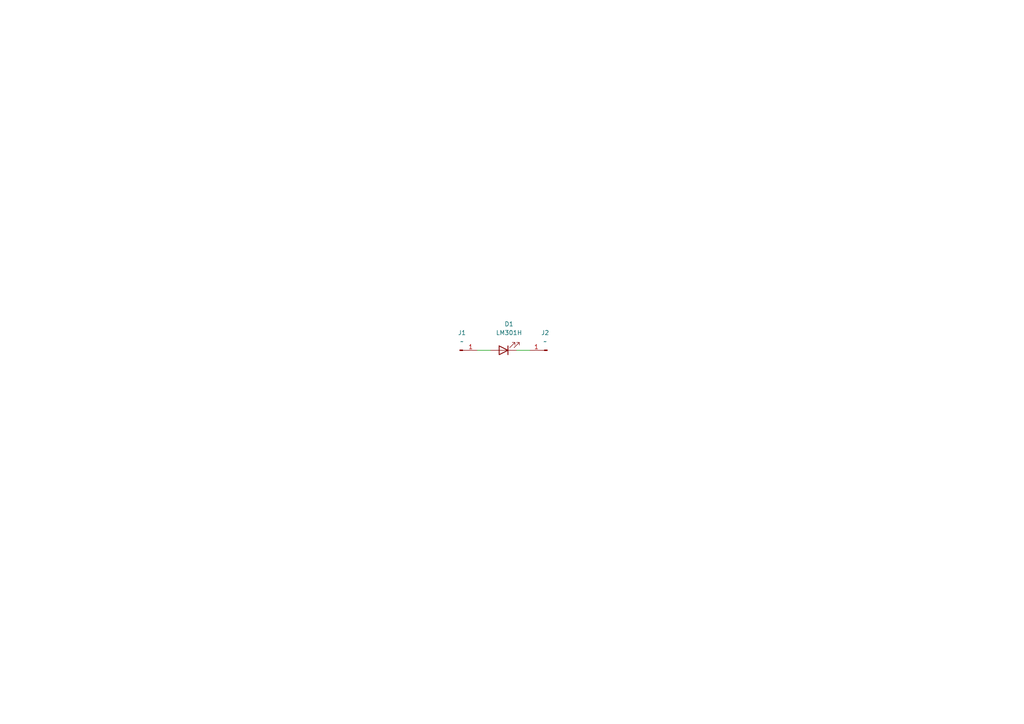
<source format=kicad_sch>
(kicad_sch (version 20250114) (generator "eeschema") (generator_version "9.0")
  (paper "A4")
  (lib_symbols
    (symbol "Connector:Conn_01x01_Pin" (pin_names (offset 1.016) (hide yes))
      (property "Reference" "J" (at 0 2.54 0))
      (property "Value" "Conn_01x01_Pin" (at 0 -2.54 0))
      (symbol "Conn_01x01_Pin_1_1"
        (rectangle (start 0.8636 0.127) (end 0 -0.127) (stroke (width 0.1524)) (fill (type outline)))
        (polyline (pts (xy 1.27 0) (xy 0.8636 0)) (stroke (width 0.1524)))
        (pin passive line (at 5.08 0 180) (length 3.81) (name "Pin_1") (number "1"))
      )
    )
    (symbol "Device:LED" (pin_numbers (hide yes)) (pin_names (offset 1.016) (hide yes))
      (property "Reference" "D" (at 0 2.54 0))
      (property "Value" "LED" (at 0 -2.54 0))
      (symbol "LED_0_1"
        (polyline (pts (xy -3.048 -0.762) (xy -4.572 -2.286) (xy -3.81 -2.286) (xy -4.572 -2.286) (xy -4.572 -1.524)))
        (polyline (pts (xy -1.778 -0.762) (xy -3.302 -2.286) (xy -2.54 -2.286) (xy -3.302 -2.286) (xy -3.302 -1.524)))
        (polyline (pts (xy -1.27 0) (xy 1.27 0)))
        (polyline (pts (xy -1.27 -1.27) (xy -1.27 1.27)) (stroke (width 0.254)))
        (polyline (pts (xy 1.27 -1.27) (xy 1.27 1.27) (xy -1.27 0) (xy 1.27 -1.27)) (stroke (width 0.254)))
      )
      (symbol "LED_1_1"
        (pin passive line (at -3.81 0 0) (length 2.54) (name "K") (number "1"))
        (pin passive line (at 3.81 0 180) (length 2.54) (name "A") (number "2"))
      )
    )
  )
  (wire (pts (xy 153.67 101.6) (xy 149.86 101.6)))
  (wire (pts (xy 138.43 101.6) (xy 142.24 101.6)))
  (symbol (lib_id "Connector:Conn_01x01_Pin") (at 133.35 101.6 0) (unit 1)
    (property "Reference" "J1" (at 133.985 96.52 0))
    (property "Value" "~" (at 133.985 99.06 0))
    (property "Footprint" "Connector_PinSocket_2.54mm:PinSocket_1x01_P2.54mm_Vertical" (effects (hide yes)))
    (property "Description" "Generic connector, single row, 01x01, script generated" (effects (hide yes)))
  )
  (symbol (lib_id "Connector:Conn_01x01_Pin") (at 158.75 101.6 180) (unit 1)
    (property "Reference" "J2" (at 158.115 96.52 0))
    (property "Value" "~" (at 158.115 99.06 0))
    (property "Footprint" "Connector_PinSocket_2.54mm:PinSocket_1x01_P2.54mm_Vertical" (effects (hide yes)))
    (property "Description" "Generic connector, single row, 01x01, script generated" (effects (hide yes)))
  )
  (symbol (lib_id "Device:LED") (at 146.05 101.6 180) (unit 1)
    (property "Reference" "D1" (at 147.6375 93.98 0))
    (property "Value" "LM301H" (at 147.6375 96.52 0))
    (property "Footprint" "samsung-horticulture:LM301H" (effects (hide yes)))
    (property "Datasheet" "https://download.led.samsung.com/led/file/resource/2022/05/Data_Sheet_LM301H_CRI80_Rev.5.4.pdf" (effects (hide yes)))
    (property "Description" "Light emitting diode" (effects (hide yes)))
    (property "Sim.Pins" "1=K 2=A" (effects (hide yes)))
  )
)
</source>
